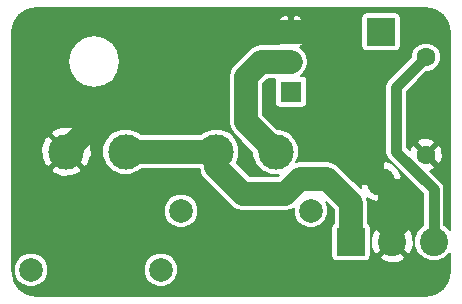
<source format=gbl>
G04 #@! TF.FileFunction,Copper,L2,Bot,Signal*
%FSLAX46Y46*%
G04 Gerber Fmt 4.6, Leading zero omitted, Abs format (unit mm)*
G04 Created by KiCad (PCBNEW 4.0.7) date 05/25/19 09:40:29*
%MOMM*%
%LPD*%
G01*
G04 APERTURE LIST*
%ADD10C,0.100000*%
%ADD11R,1.800000X1.800000*%
%ADD12O,1.800000X1.800000*%
%ADD13C,2.000000*%
%ADD14C,3.000000*%
%ADD15R,2.400000X2.400000*%
%ADD16O,2.400000X2.400000*%
%ADD17C,2.400000*%
%ADD18C,1.600000*%
%ADD19C,2.032000*%
%ADD20C,0.914400*%
%ADD21C,0.200000*%
G04 APERTURE END LIST*
D10*
D11*
X58928000Y-73025000D03*
D12*
X58928000Y-70485000D03*
X58928000Y-67945000D03*
D13*
X60618000Y-83105000D03*
D14*
X57618000Y-78105000D03*
X52618000Y-78105000D03*
D13*
X49618000Y-83105000D03*
D15*
X66548000Y-67945000D03*
D16*
X66548000Y-80645000D03*
D15*
X64008000Y-85725000D03*
D17*
X67508000Y-85725000D03*
X71008000Y-85725000D03*
D18*
X70358000Y-78355000D03*
X70358000Y-70105000D03*
D13*
X47918000Y-88105000D03*
D14*
X44918000Y-78105000D03*
X39918000Y-78105000D03*
D13*
X36918000Y-88105000D03*
D19*
X58928000Y-67945000D02*
X61468000Y-67945000D01*
X62738000Y-76835000D02*
X66548000Y-80645000D01*
X62738000Y-69215000D02*
X62738000Y-76835000D01*
X61468000Y-67945000D02*
X62738000Y-69215000D01*
X67508000Y-85725000D02*
X67508000Y-81605000D01*
X67508000Y-81605000D02*
X66548000Y-80645000D01*
X39918000Y-78065000D02*
X43688000Y-74295000D01*
X52578000Y-67945000D02*
X58928000Y-67945000D01*
X46228000Y-74295000D02*
X52578000Y-67945000D01*
X43688000Y-74295000D02*
X46228000Y-74295000D01*
D20*
X71008000Y-85725000D02*
X71008000Y-81295000D01*
X67818000Y-72645000D02*
X70358000Y-70105000D01*
X67818000Y-78105000D02*
X67818000Y-72645000D01*
X71008000Y-81295000D02*
X67818000Y-78105000D01*
D19*
X58928000Y-70485000D02*
X56388000Y-70485000D01*
X55118000Y-75565000D02*
X57618000Y-78065000D01*
X55118000Y-71755000D02*
X55118000Y-75565000D01*
X56388000Y-70485000D02*
X55118000Y-71755000D01*
X57618000Y-78065000D02*
X57618000Y-78105000D01*
X57618000Y-78105000D02*
X57618000Y-78065000D01*
X44918000Y-78105000D02*
X52618000Y-78105000D01*
X52618000Y-78105000D02*
X52618000Y-79415000D01*
X52618000Y-79415000D02*
X54864000Y-81661000D01*
X64008000Y-82423000D02*
X64008000Y-85725000D01*
X61976000Y-80391000D02*
X64008000Y-82423000D01*
X59690000Y-80391000D02*
X61976000Y-80391000D01*
X58420000Y-81661000D02*
X59690000Y-80391000D01*
X54864000Y-81661000D02*
X58420000Y-81661000D01*
D21*
G36*
X71125171Y-66092885D02*
X71775548Y-66527453D01*
X72210115Y-67177829D01*
X72373000Y-67996706D01*
X72373000Y-84756894D01*
X71943870Y-84327014D01*
X71915200Y-84315109D01*
X71915200Y-81295000D01*
X71846144Y-80947830D01*
X71649487Y-80653513D01*
X70735665Y-79739691D01*
X71072357Y-79600229D01*
X71150180Y-79364969D01*
X70358000Y-78572789D01*
X70343858Y-78586931D01*
X70126069Y-78369142D01*
X70140211Y-78355000D01*
X70575789Y-78355000D01*
X71367969Y-79147180D01*
X71603229Y-79069357D01*
X71781815Y-78538452D01*
X71743637Y-77979618D01*
X71603229Y-77640643D01*
X71367969Y-77562820D01*
X70575789Y-78355000D01*
X70140211Y-78355000D01*
X69348031Y-77562820D01*
X69112771Y-77640643D01*
X68992918Y-77996944D01*
X68725200Y-77729226D01*
X68725200Y-77345031D01*
X69565820Y-77345031D01*
X70358000Y-78137211D01*
X71150180Y-77345031D01*
X71072357Y-77109771D01*
X70541452Y-76931185D01*
X69982618Y-76969363D01*
X69643643Y-77109771D01*
X69565820Y-77345031D01*
X68725200Y-77345031D01*
X68725200Y-73020774D01*
X70390945Y-71355030D01*
X70605550Y-71355217D01*
X71065143Y-71165316D01*
X71417081Y-70813993D01*
X71607783Y-70354731D01*
X71608217Y-69857450D01*
X71418316Y-69397857D01*
X71066993Y-69045919D01*
X70607731Y-68855217D01*
X70110450Y-68854783D01*
X69650857Y-69044684D01*
X69298919Y-69396007D01*
X69108217Y-69855269D01*
X69108028Y-70071997D01*
X67176513Y-72003513D01*
X66979856Y-72297829D01*
X66979856Y-72297830D01*
X66910800Y-72645000D01*
X66910800Y-78105000D01*
X66979856Y-78452171D01*
X67176513Y-78746487D01*
X67991655Y-79561629D01*
X67482270Y-79097086D01*
X66981910Y-78889840D01*
X66702000Y-78996176D01*
X66702000Y-80491000D01*
X68197439Y-80491000D01*
X68303169Y-80211089D01*
X68004437Y-79574411D01*
X70100800Y-81670774D01*
X70100800Y-84314545D01*
X70074571Y-84325383D01*
X69610014Y-84789130D01*
X69358287Y-85395355D01*
X69357715Y-86051765D01*
X69608383Y-86658429D01*
X70072130Y-87122986D01*
X70678355Y-87374713D01*
X71334765Y-87375285D01*
X71941429Y-87124617D01*
X72373000Y-86693798D01*
X72373000Y-88213294D01*
X72210115Y-89032171D01*
X71775548Y-89682547D01*
X71125171Y-90117115D01*
X70306294Y-90280000D01*
X37389706Y-90280000D01*
X36570829Y-90117115D01*
X35920453Y-89682548D01*
X35485885Y-89032171D01*
X35358579Y-88392157D01*
X35467749Y-88392157D01*
X35688033Y-88925286D01*
X36095569Y-89333533D01*
X36628312Y-89554748D01*
X37205157Y-89555251D01*
X37738286Y-89334967D01*
X38146533Y-88927431D01*
X38367748Y-88394688D01*
X38367750Y-88392157D01*
X46467749Y-88392157D01*
X46688033Y-88925286D01*
X47095569Y-89333533D01*
X47628312Y-89554748D01*
X48205157Y-89555251D01*
X48738286Y-89334967D01*
X49146533Y-88927431D01*
X49367748Y-88394688D01*
X49368251Y-87817843D01*
X49147967Y-87284714D01*
X48740431Y-86876467D01*
X48207688Y-86655252D01*
X47630843Y-86654749D01*
X47097714Y-86875033D01*
X46689467Y-87282569D01*
X46468252Y-87815312D01*
X46467749Y-88392157D01*
X38367750Y-88392157D01*
X38368251Y-87817843D01*
X38147967Y-87284714D01*
X37740431Y-86876467D01*
X37207688Y-86655252D01*
X36630843Y-86654749D01*
X36097714Y-86875033D01*
X35689467Y-87282569D01*
X35468252Y-87815312D01*
X35467749Y-88392157D01*
X35358579Y-88392157D01*
X35323000Y-88213294D01*
X35323000Y-83392157D01*
X48167749Y-83392157D01*
X48388033Y-83925286D01*
X48795569Y-84333533D01*
X49328312Y-84554748D01*
X49905157Y-84555251D01*
X50438286Y-84334967D01*
X50846533Y-83927431D01*
X51067748Y-83394688D01*
X51068251Y-82817843D01*
X50847967Y-82284714D01*
X50440431Y-81876467D01*
X49907688Y-81655252D01*
X49330843Y-81654749D01*
X48797714Y-81875033D01*
X48389467Y-82282569D01*
X48168252Y-82815312D01*
X48167749Y-83392157D01*
X35323000Y-83392157D01*
X35323000Y-79621993D01*
X38618796Y-79621993D01*
X38782510Y-79929869D01*
X39567291Y-80225492D01*
X40405464Y-80198289D01*
X41053490Y-79929869D01*
X41217204Y-79621993D01*
X39918000Y-78322789D01*
X38618796Y-79621993D01*
X35323000Y-79621993D01*
X35323000Y-77754291D01*
X37797508Y-77754291D01*
X37824711Y-78592464D01*
X38093131Y-79240490D01*
X38401007Y-79404204D01*
X39700211Y-78105000D01*
X40135789Y-78105000D01*
X41434993Y-79404204D01*
X41742869Y-79240490D01*
X42025131Y-78491177D01*
X42967662Y-78491177D01*
X43263906Y-79208143D01*
X43811971Y-79757166D01*
X44528419Y-80054661D01*
X45304177Y-80055338D01*
X46021143Y-79759094D01*
X46209566Y-79571000D01*
X51183030Y-79571000D01*
X51263593Y-79976014D01*
X51581381Y-80451619D01*
X53827379Y-82697616D01*
X53827381Y-82697619D01*
X54302986Y-83015407D01*
X54396065Y-83033922D01*
X54864000Y-83127001D01*
X54864005Y-83127000D01*
X58419995Y-83127000D01*
X58420000Y-83127001D01*
X58981014Y-83015407D01*
X59168187Y-82890343D01*
X59167749Y-83392157D01*
X59388033Y-83925286D01*
X59795569Y-84333533D01*
X60328312Y-84554748D01*
X60905157Y-84555251D01*
X61438286Y-84334967D01*
X61846533Y-83927431D01*
X62067748Y-83394688D01*
X62068251Y-82817843D01*
X61884223Y-82372461D01*
X62542000Y-83030238D01*
X62542000Y-84161421D01*
X62488081Y-84196117D01*
X62385332Y-84346495D01*
X62349184Y-84525000D01*
X62349184Y-86925000D01*
X62380562Y-87091760D01*
X62479117Y-87244919D01*
X62629495Y-87347668D01*
X62808000Y-87383816D01*
X65208000Y-87383816D01*
X65374760Y-87352438D01*
X65527919Y-87253883D01*
X65630668Y-87103505D01*
X65646577Y-87024942D01*
X66425847Y-87024942D01*
X66552841Y-87301665D01*
X67228911Y-87547172D01*
X67947470Y-87515271D01*
X68463159Y-87301665D01*
X68590153Y-87024942D01*
X67508000Y-85942789D01*
X66425847Y-87024942D01*
X65646577Y-87024942D01*
X65666816Y-86925000D01*
X65666816Y-85445911D01*
X65685828Y-85445911D01*
X65717729Y-86164470D01*
X65931335Y-86680159D01*
X66208058Y-86807153D01*
X67290211Y-85725000D01*
X67725789Y-85725000D01*
X68807942Y-86807153D01*
X69084665Y-86680159D01*
X69330172Y-86004089D01*
X69298271Y-85285530D01*
X69084665Y-84769841D01*
X68807942Y-84642847D01*
X67725789Y-85725000D01*
X67290211Y-85725000D01*
X66208058Y-84642847D01*
X65931335Y-84769841D01*
X65685828Y-85445911D01*
X65666816Y-85445911D01*
X65666816Y-84525000D01*
X65648011Y-84425058D01*
X66425847Y-84425058D01*
X67508000Y-85507211D01*
X68590153Y-84425058D01*
X68463159Y-84148335D01*
X67787089Y-83902828D01*
X67068530Y-83934729D01*
X66552841Y-84148335D01*
X66425847Y-84425058D01*
X65648011Y-84425058D01*
X65635438Y-84358240D01*
X65536883Y-84205081D01*
X65474000Y-84162115D01*
X65474000Y-82423005D01*
X65474001Y-82423000D01*
X65387127Y-81986259D01*
X65613730Y-82192914D01*
X66114090Y-82400160D01*
X66394000Y-82293824D01*
X66394000Y-80799000D01*
X66702000Y-80799000D01*
X66702000Y-82293824D01*
X66981910Y-82400160D01*
X67482270Y-82192914D01*
X68003514Y-81717556D01*
X68303169Y-81078911D01*
X68197439Y-80799000D01*
X66702000Y-80799000D01*
X66394000Y-80799000D01*
X64898561Y-80799000D01*
X64792831Y-81078911D01*
X64842052Y-81183814D01*
X63869327Y-80211089D01*
X64792831Y-80211089D01*
X64898561Y-80491000D01*
X66394000Y-80491000D01*
X66394000Y-78996176D01*
X66114090Y-78889840D01*
X65613730Y-79097086D01*
X65092486Y-79572444D01*
X64792831Y-80211089D01*
X63869327Y-80211089D01*
X63012619Y-79354381D01*
X62537014Y-79036593D01*
X61976000Y-78924999D01*
X61975995Y-78925000D01*
X59690000Y-78925000D01*
X59361830Y-78990277D01*
X59567661Y-78494581D01*
X59568338Y-77718823D01*
X59272094Y-77001857D01*
X58724029Y-76452834D01*
X58007581Y-76155339D01*
X57781379Y-76155142D01*
X56584000Y-74957762D01*
X56584000Y-72362238D01*
X56995237Y-71951000D01*
X57604420Y-71951000D01*
X57569184Y-72125000D01*
X57569184Y-73925000D01*
X57600562Y-74091760D01*
X57699117Y-74244919D01*
X57849495Y-74347668D01*
X58028000Y-74383816D01*
X59828000Y-74383816D01*
X59994760Y-74352438D01*
X60147919Y-74253883D01*
X60250668Y-74103505D01*
X60286816Y-73925000D01*
X60286816Y-72125000D01*
X60255438Y-71958240D01*
X60156883Y-71805081D01*
X60006505Y-71702332D01*
X59828000Y-71666184D01*
X59748261Y-71666184D01*
X59964619Y-71521619D01*
X60282407Y-71046014D01*
X60394000Y-70485000D01*
X60282407Y-69923986D01*
X59964619Y-69448381D01*
X59673608Y-69253934D01*
X59685164Y-69249148D01*
X60126604Y-68860122D01*
X60385568Y-68331776D01*
X60276128Y-68099000D01*
X59082000Y-68099000D01*
X59082000Y-68119000D01*
X58774000Y-68119000D01*
X58774000Y-68099000D01*
X57579872Y-68099000D01*
X57470432Y-68331776D01*
X57729396Y-68860122D01*
X57909680Y-69019000D01*
X56388000Y-69019000D01*
X55826986Y-69130593D01*
X55351381Y-69448381D01*
X55351379Y-69448384D01*
X54081381Y-70718381D01*
X53763593Y-71193986D01*
X53651999Y-71755000D01*
X53652000Y-71755005D01*
X53652000Y-75564995D01*
X53651999Y-75565000D01*
X53763593Y-76126014D01*
X54081381Y-76601619D01*
X55667926Y-78188164D01*
X55667662Y-78491177D01*
X55963906Y-79208143D01*
X56511971Y-79757166D01*
X57228419Y-80054661D01*
X57952470Y-80055293D01*
X57812762Y-80195000D01*
X55471237Y-80195000D01*
X54333864Y-79057627D01*
X54567661Y-78494581D01*
X54568338Y-77718823D01*
X54272094Y-77001857D01*
X53724029Y-76452834D01*
X53007581Y-76155339D01*
X52231823Y-76154662D01*
X51514857Y-76450906D01*
X51326434Y-76639000D01*
X46209870Y-76639000D01*
X46024029Y-76452834D01*
X45307581Y-76155339D01*
X44531823Y-76154662D01*
X43814857Y-76450906D01*
X43265834Y-76998971D01*
X42968339Y-77715419D01*
X42967662Y-78491177D01*
X42025131Y-78491177D01*
X42038492Y-78455709D01*
X42011289Y-77617536D01*
X41742869Y-76969510D01*
X41434993Y-76805796D01*
X40135789Y-78105000D01*
X39700211Y-78105000D01*
X38401007Y-76805796D01*
X38093131Y-76969510D01*
X37797508Y-77754291D01*
X35323000Y-77754291D01*
X35323000Y-76588007D01*
X38618796Y-76588007D01*
X39918000Y-77887211D01*
X41217204Y-76588007D01*
X41053490Y-76280131D01*
X40268709Y-75984508D01*
X39430536Y-76011711D01*
X38782510Y-76280131D01*
X38618796Y-76588007D01*
X35323000Y-76588007D01*
X35323000Y-70441899D01*
X40068000Y-70441899D01*
X40068000Y-70528101D01*
X40235465Y-71370005D01*
X40712365Y-72083736D01*
X41426096Y-72560636D01*
X42268000Y-72728101D01*
X43109904Y-72560636D01*
X43823635Y-72083736D01*
X44300535Y-71370005D01*
X44468000Y-70528101D01*
X44468000Y-70441899D01*
X44300535Y-69599995D01*
X43823635Y-68886264D01*
X43109904Y-68409364D01*
X42268000Y-68241899D01*
X41426096Y-68409364D01*
X40712365Y-68886264D01*
X40235465Y-69599995D01*
X40068000Y-70441899D01*
X35323000Y-70441899D01*
X35323000Y-67996706D01*
X35410219Y-67558224D01*
X57470432Y-67558224D01*
X57579872Y-67791000D01*
X58774000Y-67791000D01*
X58774000Y-66597773D01*
X59082000Y-66597773D01*
X59082000Y-67791000D01*
X60276128Y-67791000D01*
X60385568Y-67558224D01*
X60126604Y-67029878D01*
X59803345Y-66745000D01*
X64889184Y-66745000D01*
X64889184Y-69145000D01*
X64920562Y-69311760D01*
X65019117Y-69464919D01*
X65169495Y-69567668D01*
X65348000Y-69603816D01*
X67748000Y-69603816D01*
X67914760Y-69572438D01*
X68067919Y-69473883D01*
X68170668Y-69323505D01*
X68206816Y-69145000D01*
X68206816Y-66745000D01*
X68175438Y-66578240D01*
X68076883Y-66425081D01*
X67926505Y-66322332D01*
X67748000Y-66286184D01*
X65348000Y-66286184D01*
X65181240Y-66317562D01*
X65028081Y-66416117D01*
X64925332Y-66566495D01*
X64889184Y-66745000D01*
X59803345Y-66745000D01*
X59685164Y-66640852D01*
X59314774Y-66487444D01*
X59082000Y-66597773D01*
X58774000Y-66597773D01*
X58541226Y-66487444D01*
X58170836Y-66640852D01*
X57729396Y-67029878D01*
X57470432Y-67558224D01*
X35410219Y-67558224D01*
X35485885Y-67177829D01*
X35920453Y-66527452D01*
X36570829Y-66092885D01*
X37389706Y-65930000D01*
X70306294Y-65930000D01*
X71125171Y-66092885D01*
X71125171Y-66092885D01*
G37*
X71125171Y-66092885D02*
X71775548Y-66527453D01*
X72210115Y-67177829D01*
X72373000Y-67996706D01*
X72373000Y-84756894D01*
X71943870Y-84327014D01*
X71915200Y-84315109D01*
X71915200Y-81295000D01*
X71846144Y-80947830D01*
X71649487Y-80653513D01*
X70735665Y-79739691D01*
X71072357Y-79600229D01*
X71150180Y-79364969D01*
X70358000Y-78572789D01*
X70343858Y-78586931D01*
X70126069Y-78369142D01*
X70140211Y-78355000D01*
X70575789Y-78355000D01*
X71367969Y-79147180D01*
X71603229Y-79069357D01*
X71781815Y-78538452D01*
X71743637Y-77979618D01*
X71603229Y-77640643D01*
X71367969Y-77562820D01*
X70575789Y-78355000D01*
X70140211Y-78355000D01*
X69348031Y-77562820D01*
X69112771Y-77640643D01*
X68992918Y-77996944D01*
X68725200Y-77729226D01*
X68725200Y-77345031D01*
X69565820Y-77345031D01*
X70358000Y-78137211D01*
X71150180Y-77345031D01*
X71072357Y-77109771D01*
X70541452Y-76931185D01*
X69982618Y-76969363D01*
X69643643Y-77109771D01*
X69565820Y-77345031D01*
X68725200Y-77345031D01*
X68725200Y-73020774D01*
X70390945Y-71355030D01*
X70605550Y-71355217D01*
X71065143Y-71165316D01*
X71417081Y-70813993D01*
X71607783Y-70354731D01*
X71608217Y-69857450D01*
X71418316Y-69397857D01*
X71066993Y-69045919D01*
X70607731Y-68855217D01*
X70110450Y-68854783D01*
X69650857Y-69044684D01*
X69298919Y-69396007D01*
X69108217Y-69855269D01*
X69108028Y-70071997D01*
X67176513Y-72003513D01*
X66979856Y-72297829D01*
X66979856Y-72297830D01*
X66910800Y-72645000D01*
X66910800Y-78105000D01*
X66979856Y-78452171D01*
X67176513Y-78746487D01*
X67991655Y-79561629D01*
X67482270Y-79097086D01*
X66981910Y-78889840D01*
X66702000Y-78996176D01*
X66702000Y-80491000D01*
X68197439Y-80491000D01*
X68303169Y-80211089D01*
X68004437Y-79574411D01*
X70100800Y-81670774D01*
X70100800Y-84314545D01*
X70074571Y-84325383D01*
X69610014Y-84789130D01*
X69358287Y-85395355D01*
X69357715Y-86051765D01*
X69608383Y-86658429D01*
X70072130Y-87122986D01*
X70678355Y-87374713D01*
X71334765Y-87375285D01*
X71941429Y-87124617D01*
X72373000Y-86693798D01*
X72373000Y-88213294D01*
X72210115Y-89032171D01*
X71775548Y-89682547D01*
X71125171Y-90117115D01*
X70306294Y-90280000D01*
X37389706Y-90280000D01*
X36570829Y-90117115D01*
X35920453Y-89682548D01*
X35485885Y-89032171D01*
X35358579Y-88392157D01*
X35467749Y-88392157D01*
X35688033Y-88925286D01*
X36095569Y-89333533D01*
X36628312Y-89554748D01*
X37205157Y-89555251D01*
X37738286Y-89334967D01*
X38146533Y-88927431D01*
X38367748Y-88394688D01*
X38367750Y-88392157D01*
X46467749Y-88392157D01*
X46688033Y-88925286D01*
X47095569Y-89333533D01*
X47628312Y-89554748D01*
X48205157Y-89555251D01*
X48738286Y-89334967D01*
X49146533Y-88927431D01*
X49367748Y-88394688D01*
X49368251Y-87817843D01*
X49147967Y-87284714D01*
X48740431Y-86876467D01*
X48207688Y-86655252D01*
X47630843Y-86654749D01*
X47097714Y-86875033D01*
X46689467Y-87282569D01*
X46468252Y-87815312D01*
X46467749Y-88392157D01*
X38367750Y-88392157D01*
X38368251Y-87817843D01*
X38147967Y-87284714D01*
X37740431Y-86876467D01*
X37207688Y-86655252D01*
X36630843Y-86654749D01*
X36097714Y-86875033D01*
X35689467Y-87282569D01*
X35468252Y-87815312D01*
X35467749Y-88392157D01*
X35358579Y-88392157D01*
X35323000Y-88213294D01*
X35323000Y-83392157D01*
X48167749Y-83392157D01*
X48388033Y-83925286D01*
X48795569Y-84333533D01*
X49328312Y-84554748D01*
X49905157Y-84555251D01*
X50438286Y-84334967D01*
X50846533Y-83927431D01*
X51067748Y-83394688D01*
X51068251Y-82817843D01*
X50847967Y-82284714D01*
X50440431Y-81876467D01*
X49907688Y-81655252D01*
X49330843Y-81654749D01*
X48797714Y-81875033D01*
X48389467Y-82282569D01*
X48168252Y-82815312D01*
X48167749Y-83392157D01*
X35323000Y-83392157D01*
X35323000Y-79621993D01*
X38618796Y-79621993D01*
X38782510Y-79929869D01*
X39567291Y-80225492D01*
X40405464Y-80198289D01*
X41053490Y-79929869D01*
X41217204Y-79621993D01*
X39918000Y-78322789D01*
X38618796Y-79621993D01*
X35323000Y-79621993D01*
X35323000Y-77754291D01*
X37797508Y-77754291D01*
X37824711Y-78592464D01*
X38093131Y-79240490D01*
X38401007Y-79404204D01*
X39700211Y-78105000D01*
X40135789Y-78105000D01*
X41434993Y-79404204D01*
X41742869Y-79240490D01*
X42025131Y-78491177D01*
X42967662Y-78491177D01*
X43263906Y-79208143D01*
X43811971Y-79757166D01*
X44528419Y-80054661D01*
X45304177Y-80055338D01*
X46021143Y-79759094D01*
X46209566Y-79571000D01*
X51183030Y-79571000D01*
X51263593Y-79976014D01*
X51581381Y-80451619D01*
X53827379Y-82697616D01*
X53827381Y-82697619D01*
X54302986Y-83015407D01*
X54396065Y-83033922D01*
X54864000Y-83127001D01*
X54864005Y-83127000D01*
X58419995Y-83127000D01*
X58420000Y-83127001D01*
X58981014Y-83015407D01*
X59168187Y-82890343D01*
X59167749Y-83392157D01*
X59388033Y-83925286D01*
X59795569Y-84333533D01*
X60328312Y-84554748D01*
X60905157Y-84555251D01*
X61438286Y-84334967D01*
X61846533Y-83927431D01*
X62067748Y-83394688D01*
X62068251Y-82817843D01*
X61884223Y-82372461D01*
X62542000Y-83030238D01*
X62542000Y-84161421D01*
X62488081Y-84196117D01*
X62385332Y-84346495D01*
X62349184Y-84525000D01*
X62349184Y-86925000D01*
X62380562Y-87091760D01*
X62479117Y-87244919D01*
X62629495Y-87347668D01*
X62808000Y-87383816D01*
X65208000Y-87383816D01*
X65374760Y-87352438D01*
X65527919Y-87253883D01*
X65630668Y-87103505D01*
X65646577Y-87024942D01*
X66425847Y-87024942D01*
X66552841Y-87301665D01*
X67228911Y-87547172D01*
X67947470Y-87515271D01*
X68463159Y-87301665D01*
X68590153Y-87024942D01*
X67508000Y-85942789D01*
X66425847Y-87024942D01*
X65646577Y-87024942D01*
X65666816Y-86925000D01*
X65666816Y-85445911D01*
X65685828Y-85445911D01*
X65717729Y-86164470D01*
X65931335Y-86680159D01*
X66208058Y-86807153D01*
X67290211Y-85725000D01*
X67725789Y-85725000D01*
X68807942Y-86807153D01*
X69084665Y-86680159D01*
X69330172Y-86004089D01*
X69298271Y-85285530D01*
X69084665Y-84769841D01*
X68807942Y-84642847D01*
X67725789Y-85725000D01*
X67290211Y-85725000D01*
X66208058Y-84642847D01*
X65931335Y-84769841D01*
X65685828Y-85445911D01*
X65666816Y-85445911D01*
X65666816Y-84525000D01*
X65648011Y-84425058D01*
X66425847Y-84425058D01*
X67508000Y-85507211D01*
X68590153Y-84425058D01*
X68463159Y-84148335D01*
X67787089Y-83902828D01*
X67068530Y-83934729D01*
X66552841Y-84148335D01*
X66425847Y-84425058D01*
X65648011Y-84425058D01*
X65635438Y-84358240D01*
X65536883Y-84205081D01*
X65474000Y-84162115D01*
X65474000Y-82423005D01*
X65474001Y-82423000D01*
X65387127Y-81986259D01*
X65613730Y-82192914D01*
X66114090Y-82400160D01*
X66394000Y-82293824D01*
X66394000Y-80799000D01*
X66702000Y-80799000D01*
X66702000Y-82293824D01*
X66981910Y-82400160D01*
X67482270Y-82192914D01*
X68003514Y-81717556D01*
X68303169Y-81078911D01*
X68197439Y-80799000D01*
X66702000Y-80799000D01*
X66394000Y-80799000D01*
X64898561Y-80799000D01*
X64792831Y-81078911D01*
X64842052Y-81183814D01*
X63869327Y-80211089D01*
X64792831Y-80211089D01*
X64898561Y-80491000D01*
X66394000Y-80491000D01*
X66394000Y-78996176D01*
X66114090Y-78889840D01*
X65613730Y-79097086D01*
X65092486Y-79572444D01*
X64792831Y-80211089D01*
X63869327Y-80211089D01*
X63012619Y-79354381D01*
X62537014Y-79036593D01*
X61976000Y-78924999D01*
X61975995Y-78925000D01*
X59690000Y-78925000D01*
X59361830Y-78990277D01*
X59567661Y-78494581D01*
X59568338Y-77718823D01*
X59272094Y-77001857D01*
X58724029Y-76452834D01*
X58007581Y-76155339D01*
X57781379Y-76155142D01*
X56584000Y-74957762D01*
X56584000Y-72362238D01*
X56995237Y-71951000D01*
X57604420Y-71951000D01*
X57569184Y-72125000D01*
X57569184Y-73925000D01*
X57600562Y-74091760D01*
X57699117Y-74244919D01*
X57849495Y-74347668D01*
X58028000Y-74383816D01*
X59828000Y-74383816D01*
X59994760Y-74352438D01*
X60147919Y-74253883D01*
X60250668Y-74103505D01*
X60286816Y-73925000D01*
X60286816Y-72125000D01*
X60255438Y-71958240D01*
X60156883Y-71805081D01*
X60006505Y-71702332D01*
X59828000Y-71666184D01*
X59748261Y-71666184D01*
X59964619Y-71521619D01*
X60282407Y-71046014D01*
X60394000Y-70485000D01*
X60282407Y-69923986D01*
X59964619Y-69448381D01*
X59673608Y-69253934D01*
X59685164Y-69249148D01*
X60126604Y-68860122D01*
X60385568Y-68331776D01*
X60276128Y-68099000D01*
X59082000Y-68099000D01*
X59082000Y-68119000D01*
X58774000Y-68119000D01*
X58774000Y-68099000D01*
X57579872Y-68099000D01*
X57470432Y-68331776D01*
X57729396Y-68860122D01*
X57909680Y-69019000D01*
X56388000Y-69019000D01*
X55826986Y-69130593D01*
X55351381Y-69448381D01*
X55351379Y-69448384D01*
X54081381Y-70718381D01*
X53763593Y-71193986D01*
X53651999Y-71755000D01*
X53652000Y-71755005D01*
X53652000Y-75564995D01*
X53651999Y-75565000D01*
X53763593Y-76126014D01*
X54081381Y-76601619D01*
X55667926Y-78188164D01*
X55667662Y-78491177D01*
X55963906Y-79208143D01*
X56511971Y-79757166D01*
X57228419Y-80054661D01*
X57952470Y-80055293D01*
X57812762Y-80195000D01*
X55471237Y-80195000D01*
X54333864Y-79057627D01*
X54567661Y-78494581D01*
X54568338Y-77718823D01*
X54272094Y-77001857D01*
X53724029Y-76452834D01*
X53007581Y-76155339D01*
X52231823Y-76154662D01*
X51514857Y-76450906D01*
X51326434Y-76639000D01*
X46209870Y-76639000D01*
X46024029Y-76452834D01*
X45307581Y-76155339D01*
X44531823Y-76154662D01*
X43814857Y-76450906D01*
X43265834Y-76998971D01*
X42968339Y-77715419D01*
X42967662Y-78491177D01*
X42025131Y-78491177D01*
X42038492Y-78455709D01*
X42011289Y-77617536D01*
X41742869Y-76969510D01*
X41434993Y-76805796D01*
X40135789Y-78105000D01*
X39700211Y-78105000D01*
X38401007Y-76805796D01*
X38093131Y-76969510D01*
X37797508Y-77754291D01*
X35323000Y-77754291D01*
X35323000Y-76588007D01*
X38618796Y-76588007D01*
X39918000Y-77887211D01*
X41217204Y-76588007D01*
X41053490Y-76280131D01*
X40268709Y-75984508D01*
X39430536Y-76011711D01*
X38782510Y-76280131D01*
X38618796Y-76588007D01*
X35323000Y-76588007D01*
X35323000Y-70441899D01*
X40068000Y-70441899D01*
X40068000Y-70528101D01*
X40235465Y-71370005D01*
X40712365Y-72083736D01*
X41426096Y-72560636D01*
X42268000Y-72728101D01*
X43109904Y-72560636D01*
X43823635Y-72083736D01*
X44300535Y-71370005D01*
X44468000Y-70528101D01*
X44468000Y-70441899D01*
X44300535Y-69599995D01*
X43823635Y-68886264D01*
X43109904Y-68409364D01*
X42268000Y-68241899D01*
X41426096Y-68409364D01*
X40712365Y-68886264D01*
X40235465Y-69599995D01*
X40068000Y-70441899D01*
X35323000Y-70441899D01*
X35323000Y-67996706D01*
X35410219Y-67558224D01*
X57470432Y-67558224D01*
X57579872Y-67791000D01*
X58774000Y-67791000D01*
X58774000Y-66597773D01*
X59082000Y-66597773D01*
X59082000Y-67791000D01*
X60276128Y-67791000D01*
X60385568Y-67558224D01*
X60126604Y-67029878D01*
X59803345Y-66745000D01*
X64889184Y-66745000D01*
X64889184Y-69145000D01*
X64920562Y-69311760D01*
X65019117Y-69464919D01*
X65169495Y-69567668D01*
X65348000Y-69603816D01*
X67748000Y-69603816D01*
X67914760Y-69572438D01*
X68067919Y-69473883D01*
X68170668Y-69323505D01*
X68206816Y-69145000D01*
X68206816Y-66745000D01*
X68175438Y-66578240D01*
X68076883Y-66425081D01*
X67926505Y-66322332D01*
X67748000Y-66286184D01*
X65348000Y-66286184D01*
X65181240Y-66317562D01*
X65028081Y-66416117D01*
X64925332Y-66566495D01*
X64889184Y-66745000D01*
X59803345Y-66745000D01*
X59685164Y-66640852D01*
X59314774Y-66487444D01*
X59082000Y-66597773D01*
X58774000Y-66597773D01*
X58541226Y-66487444D01*
X58170836Y-66640852D01*
X57729396Y-67029878D01*
X57470432Y-67558224D01*
X35410219Y-67558224D01*
X35485885Y-67177829D01*
X35920453Y-66527452D01*
X36570829Y-66092885D01*
X37389706Y-65930000D01*
X70306294Y-65930000D01*
X71125171Y-66092885D01*
M02*

</source>
